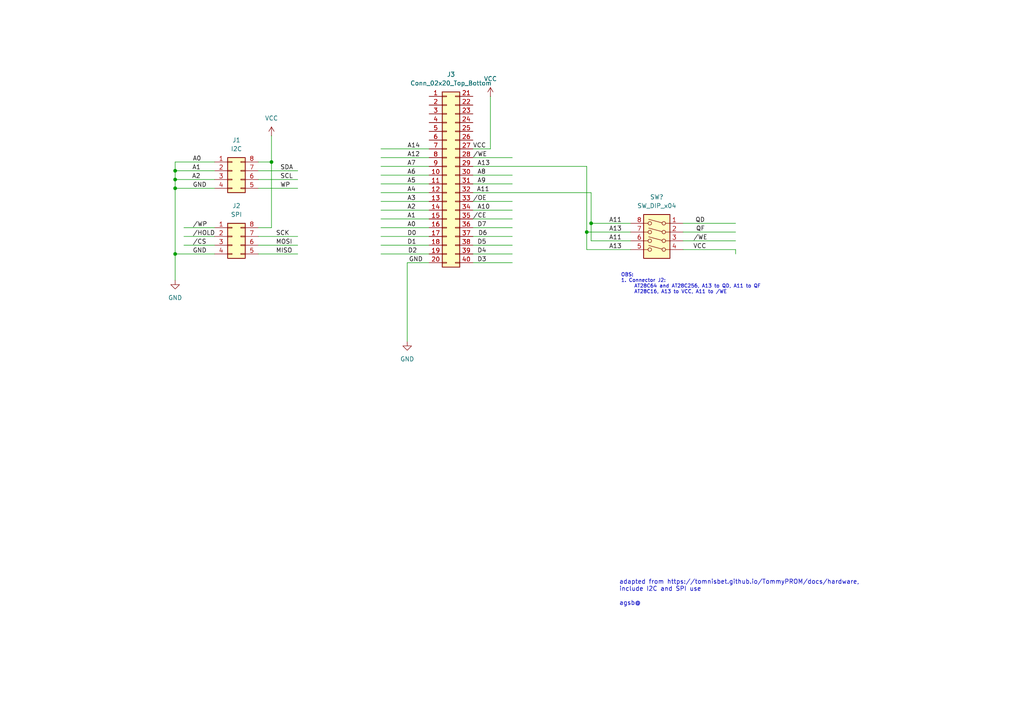
<source format=kicad_sch>
(kicad_sch
	(version 20250114)
	(generator "eeschema")
	(generator_version "9.0")
	(uuid "3f8b8621-16ea-4599-bbae-3a5750b10614")
	(paper "A4")
	(lib_symbols
		(symbol "Connector_Generic:Conn_02x04_Counter_Clockwise"
			(pin_names
				(offset 1.016)
				(hide yes)
			)
			(exclude_from_sim no)
			(in_bom yes)
			(on_board yes)
			(property "Reference" "J"
				(at 1.27 5.08 0)
				(effects
					(font
						(size 1.27 1.27)
					)
				)
			)
			(property "Value" "Conn_02x04_Counter_Clockwise"
				(at 1.27 -7.62 0)
				(effects
					(font
						(size 1.27 1.27)
					)
				)
			)
			(property "Footprint" ""
				(at 0 0 0)
				(effects
					(font
						(size 1.27 1.27)
					)
					(hide yes)
				)
			)
			(property "Datasheet" "~"
				(at 0 0 0)
				(effects
					(font
						(size 1.27 1.27)
					)
					(hide yes)
				)
			)
			(property "Description" "Generic connector, double row, 02x04, counter clockwise pin numbering scheme (similar to DIP package numbering), script generated (kicad-library-utils/schlib/autogen/connector/)"
				(at 0 0 0)
				(effects
					(font
						(size 1.27 1.27)
					)
					(hide yes)
				)
			)
			(property "ki_keywords" "connector"
				(at 0 0 0)
				(effects
					(font
						(size 1.27 1.27)
					)
					(hide yes)
				)
			)
			(property "ki_fp_filters" "Connector*:*_2x??_*"
				(at 0 0 0)
				(effects
					(font
						(size 1.27 1.27)
					)
					(hide yes)
				)
			)
			(symbol "Conn_02x04_Counter_Clockwise_1_1"
				(rectangle
					(start -1.27 3.81)
					(end 3.81 -6.35)
					(stroke
						(width 0.254)
						(type default)
					)
					(fill
						(type background)
					)
				)
				(rectangle
					(start -1.27 2.667)
					(end 0 2.413)
					(stroke
						(width 0.1524)
						(type default)
					)
					(fill
						(type none)
					)
				)
				(rectangle
					(start -1.27 0.127)
					(end 0 -0.127)
					(stroke
						(width 0.1524)
						(type default)
					)
					(fill
						(type none)
					)
				)
				(rectangle
					(start -1.27 -2.413)
					(end 0 -2.667)
					(stroke
						(width 0.1524)
						(type default)
					)
					(fill
						(type none)
					)
				)
				(rectangle
					(start -1.27 -4.953)
					(end 0 -5.207)
					(stroke
						(width 0.1524)
						(type default)
					)
					(fill
						(type none)
					)
				)
				(rectangle
					(start 3.81 2.667)
					(end 2.54 2.413)
					(stroke
						(width 0.1524)
						(type default)
					)
					(fill
						(type none)
					)
				)
				(rectangle
					(start 3.81 0.127)
					(end 2.54 -0.127)
					(stroke
						(width 0.1524)
						(type default)
					)
					(fill
						(type none)
					)
				)
				(rectangle
					(start 3.81 -2.413)
					(end 2.54 -2.667)
					(stroke
						(width 0.1524)
						(type default)
					)
					(fill
						(type none)
					)
				)
				(rectangle
					(start 3.81 -4.953)
					(end 2.54 -5.207)
					(stroke
						(width 0.1524)
						(type default)
					)
					(fill
						(type none)
					)
				)
				(pin passive line
					(at -5.08 2.54 0)
					(length 3.81)
					(name "Pin_1"
						(effects
							(font
								(size 1.27 1.27)
							)
						)
					)
					(number "1"
						(effects
							(font
								(size 1.27 1.27)
							)
						)
					)
				)
				(pin passive line
					(at -5.08 0 0)
					(length 3.81)
					(name "Pin_2"
						(effects
							(font
								(size 1.27 1.27)
							)
						)
					)
					(number "2"
						(effects
							(font
								(size 1.27 1.27)
							)
						)
					)
				)
				(pin passive line
					(at -5.08 -2.54 0)
					(length 3.81)
					(name "Pin_3"
						(effects
							(font
								(size 1.27 1.27)
							)
						)
					)
					(number "3"
						(effects
							(font
								(size 1.27 1.27)
							)
						)
					)
				)
				(pin passive line
					(at -5.08 -5.08 0)
					(length 3.81)
					(name "Pin_4"
						(effects
							(font
								(size 1.27 1.27)
							)
						)
					)
					(number "4"
						(effects
							(font
								(size 1.27 1.27)
							)
						)
					)
				)
				(pin passive line
					(at 7.62 2.54 180)
					(length 3.81)
					(name "Pin_8"
						(effects
							(font
								(size 1.27 1.27)
							)
						)
					)
					(number "8"
						(effects
							(font
								(size 1.27 1.27)
							)
						)
					)
				)
				(pin passive line
					(at 7.62 0 180)
					(length 3.81)
					(name "Pin_7"
						(effects
							(font
								(size 1.27 1.27)
							)
						)
					)
					(number "7"
						(effects
							(font
								(size 1.27 1.27)
							)
						)
					)
				)
				(pin passive line
					(at 7.62 -2.54 180)
					(length 3.81)
					(name "Pin_6"
						(effects
							(font
								(size 1.27 1.27)
							)
						)
					)
					(number "6"
						(effects
							(font
								(size 1.27 1.27)
							)
						)
					)
				)
				(pin passive line
					(at 7.62 -5.08 180)
					(length 3.81)
					(name "Pin_5"
						(effects
							(font
								(size 1.27 1.27)
							)
						)
					)
					(number "5"
						(effects
							(font
								(size 1.27 1.27)
							)
						)
					)
				)
			)
			(embedded_fonts no)
		)
		(symbol "Connector_Generic:Conn_02x20_Top_Bottom"
			(pin_names
				(offset 1.016)
				(hide yes)
			)
			(exclude_from_sim no)
			(in_bom yes)
			(on_board yes)
			(property "Reference" "J"
				(at 1.27 25.4 0)
				(effects
					(font
						(size 1.27 1.27)
					)
				)
			)
			(property "Value" "Conn_02x20_Top_Bottom"
				(at 1.27 -27.94 0)
				(effects
					(font
						(size 1.27 1.27)
					)
				)
			)
			(property "Footprint" ""
				(at 0 0 0)
				(effects
					(font
						(size 1.27 1.27)
					)
					(hide yes)
				)
			)
			(property "Datasheet" "~"
				(at 0 0 0)
				(effects
					(font
						(size 1.27 1.27)
					)
					(hide yes)
				)
			)
			(property "Description" "Generic connector, double row, 02x20, top/bottom pin numbering scheme (row 1: 1...pins_per_row, row2: pins_per_row+1 ... num_pins), script generated (kicad-library-utils/schlib/autogen/connector/)"
				(at 0 0 0)
				(effects
					(font
						(size 1.27 1.27)
					)
					(hide yes)
				)
			)
			(property "ki_keywords" "connector"
				(at 0 0 0)
				(effects
					(font
						(size 1.27 1.27)
					)
					(hide yes)
				)
			)
			(property "ki_fp_filters" "Connector*:*_2x??_*"
				(at 0 0 0)
				(effects
					(font
						(size 1.27 1.27)
					)
					(hide yes)
				)
			)
			(symbol "Conn_02x20_Top_Bottom_1_1"
				(rectangle
					(start -1.27 24.13)
					(end 3.81 -26.67)
					(stroke
						(width 0.254)
						(type default)
					)
					(fill
						(type background)
					)
				)
				(rectangle
					(start -1.27 22.987)
					(end 0 22.733)
					(stroke
						(width 0.1524)
						(type default)
					)
					(fill
						(type none)
					)
				)
				(rectangle
					(start -1.27 20.447)
					(end 0 20.193)
					(stroke
						(width 0.1524)
						(type default)
					)
					(fill
						(type none)
					)
				)
				(rectangle
					(start -1.27 17.907)
					(end 0 17.653)
					(stroke
						(width 0.1524)
						(type default)
					)
					(fill
						(type none)
					)
				)
				(rectangle
					(start -1.27 15.367)
					(end 0 15.113)
					(stroke
						(width 0.1524)
						(type default)
					)
					(fill
						(type none)
					)
				)
				(rectangle
					(start -1.27 12.827)
					(end 0 12.573)
					(stroke
						(width 0.1524)
						(type default)
					)
					(fill
						(type none)
					)
				)
				(rectangle
					(start -1.27 10.287)
					(end 0 10.033)
					(stroke
						(width 0.1524)
						(type default)
					)
					(fill
						(type none)
					)
				)
				(rectangle
					(start -1.27 7.747)
					(end 0 7.493)
					(stroke
						(width 0.1524)
						(type default)
					)
					(fill
						(type none)
					)
				)
				(rectangle
					(start -1.27 5.207)
					(end 0 4.953)
					(stroke
						(width 0.1524)
						(type default)
					)
					(fill
						(type none)
					)
				)
				(rectangle
					(start -1.27 2.667)
					(end 0 2.413)
					(stroke
						(width 0.1524)
						(type default)
					)
					(fill
						(type none)
					)
				)
				(rectangle
					(start -1.27 0.127)
					(end 0 -0.127)
					(stroke
						(width 0.1524)
						(type default)
					)
					(fill
						(type none)
					)
				)
				(rectangle
					(start -1.27 -2.413)
					(end 0 -2.667)
					(stroke
						(width 0.1524)
						(type default)
					)
					(fill
						(type none)
					)
				)
				(rectangle
					(start -1.27 -4.953)
					(end 0 -5.207)
					(stroke
						(width 0.1524)
						(type default)
					)
					(fill
						(type none)
					)
				)
				(rectangle
					(start -1.27 -7.493)
					(end 0 -7.747)
					(stroke
						(width 0.1524)
						(type default)
					)
					(fill
						(type none)
					)
				)
				(rectangle
					(start -1.27 -10.033)
					(end 0 -10.287)
					(stroke
						(width 0.1524)
						(type default)
					)
					(fill
						(type none)
					)
				)
				(rectangle
					(start -1.27 -12.573)
					(end 0 -12.827)
					(stroke
						(width 0.1524)
						(type default)
					)
					(fill
						(type none)
					)
				)
				(rectangle
					(start -1.27 -15.113)
					(end 0 -15.367)
					(stroke
						(width 0.1524)
						(type default)
					)
					(fill
						(type none)
					)
				)
				(rectangle
					(start -1.27 -17.653)
					(end 0 -17.907)
					(stroke
						(width 0.1524)
						(type default)
					)
					(fill
						(type none)
					)
				)
				(rectangle
					(start -1.27 -20.193)
					(end 0 -20.447)
					(stroke
						(width 0.1524)
						(type default)
					)
					(fill
						(type none)
					)
				)
				(rectangle
					(start -1.27 -22.733)
					(end 0 -22.987)
					(stroke
						(width 0.1524)
						(type default)
					)
					(fill
						(type none)
					)
				)
				(rectangle
					(start -1.27 -25.273)
					(end 0 -25.527)
					(stroke
						(width 0.1524)
						(type default)
					)
					(fill
						(type none)
					)
				)
				(rectangle
					(start 3.81 22.987)
					(end 2.54 22.733)
					(stroke
						(width 0.1524)
						(type default)
					)
					(fill
						(type none)
					)
				)
				(rectangle
					(start 3.81 20.447)
					(end 2.54 20.193)
					(stroke
						(width 0.1524)
						(type default)
					)
					(fill
						(type none)
					)
				)
				(rectangle
					(start 3.81 17.907)
					(end 2.54 17.653)
					(stroke
						(width 0.1524)
						(type default)
					)
					(fill
						(type none)
					)
				)
				(rectangle
					(start 3.81 15.367)
					(end 2.54 15.113)
					(stroke
						(width 0.1524)
						(type default)
					)
					(fill
						(type none)
					)
				)
				(rectangle
					(start 3.81 12.827)
					(end 2.54 12.573)
					(stroke
						(width 0.1524)
						(type default)
					)
					(fill
						(type none)
					)
				)
				(rectangle
					(start 3.81 10.287)
					(end 2.54 10.033)
					(stroke
						(width 0.1524)
						(type default)
					)
					(fill
						(type none)
					)
				)
				(rectangle
					(start 3.81 7.747)
					(end 2.54 7.493)
					(stroke
						(width 0.1524)
						(type default)
					)
					(fill
						(type none)
					)
				)
				(rectangle
					(start 3.81 5.207)
					(end 2.54 4.953)
					(stroke
						(width 0.1524)
						(type default)
					)
					(fill
						(type none)
					)
				)
				(rectangle
					(start 3.81 2.667)
					(end 2.54 2.413)
					(stroke
						(width 0.1524)
						(type default)
					)
					(fill
						(type none)
					)
				)
				(rectangle
					(start 3.81 0.127)
					(end 2.54 -0.127)
					(stroke
						(width 0.1524)
						(type default)
					)
					(fill
						(type none)
					)
				)
				(rectangle
					(start 3.81 -2.413)
					(end 2.54 -2.667)
					(stroke
						(width 0.1524)
						(type default)
					)
					(fill
						(type none)
					)
				)
				(rectangle
					(start 3.81 -4.953)
					(end 2.54 -5.207)
					(stroke
						(width 0.1524)
						(type default)
					)
					(fill
						(type none)
					)
				)
				(rectangle
					(start 3.81 -7.493)
					(end 2.54 -7.747)
					(stroke
						(width 0.1524)
						(type default)
					)
					(fill
						(type none)
					)
				)
				(rectangle
					(start 3.81 -10.033)
					(end 2.54 -10.287)
					(stroke
						(width 0.1524)
						(type default)
					)
					(fill
						(type none)
					)
				)
				(rectangle
					(start 3.81 -12.573)
					(end 2.54 -12.827)
					(stroke
						(width 0.1524)
						(type default)
					)
					(fill
						(type none)
					)
				)
				(rectangle
					(start 3.81 -15.113)
					(end 2.54 -15.367)
					(stroke
						(width 0.1524)
						(type default)
					)
					(fill
						(type none)
					)
				)
				(rectangle
					(start 3.81 -17.653)
					(end 2.54 -17.907)
					(stroke
						(width 0.1524)
						(type default)
					)
					(fill
						(type none)
					)
				)
				(rectangle
					(start 3.81 -20.193)
					(end 2.54 -20.447)
					(stroke
						(width 0.1524)
						(type default)
					)
					(fill
						(type none)
					)
				)
				(rectangle
					(start 3.81 -22.733)
					(end 2.54 -22.987)
					(stroke
						(width 0.1524)
						(type default)
					)
					(fill
						(type none)
					)
				)
				(rectangle
					(start 3.81 -25.273)
					(end 2.54 -25.527)
					(stroke
						(width 0.1524)
						(type default)
					)
					(fill
						(type none)
					)
				)
				(pin passive line
					(at -5.08 22.86 0)
					(length 3.81)
					(name "Pin_1"
						(effects
							(font
								(size 1.27 1.27)
							)
						)
					)
					(number "1"
						(effects
							(font
								(size 1.27 1.27)
							)
						)
					)
				)
				(pin passive line
					(at -5.08 20.32 0)
					(length 3.81)
					(name "Pin_2"
						(effects
							(font
								(size 1.27 1.27)
							)
						)
					)
					(number "2"
						(effects
							(font
								(size 1.27 1.27)
							)
						)
					)
				)
				(pin passive line
					(at -5.08 17.78 0)
					(length 3.81)
					(name "Pin_3"
						(effects
							(font
								(size 1.27 1.27)
							)
						)
					)
					(number "3"
						(effects
							(font
								(size 1.27 1.27)
							)
						)
					)
				)
				(pin passive line
					(at -5.08 15.24 0)
					(length 3.81)
					(name "Pin_4"
						(effects
							(font
								(size 1.27 1.27)
							)
						)
					)
					(number "4"
						(effects
							(font
								(size 1.27 1.27)
							)
						)
					)
				)
				(pin passive line
					(at -5.08 12.7 0)
					(length 3.81)
					(name "Pin_5"
						(effects
							(font
								(size 1.27 1.27)
							)
						)
					)
					(number "5"
						(effects
							(font
								(size 1.27 1.27)
							)
						)
					)
				)
				(pin passive line
					(at -5.08 10.16 0)
					(length 3.81)
					(name "Pin_6"
						(effects
							(font
								(size 1.27 1.27)
							)
						)
					)
					(number "6"
						(effects
							(font
								(size 1.27 1.27)
							)
						)
					)
				)
				(pin passive line
					(at -5.08 7.62 0)
					(length 3.81)
					(name "Pin_7"
						(effects
							(font
								(size 1.27 1.27)
							)
						)
					)
					(number "7"
						(effects
							(font
								(size 1.27 1.27)
							)
						)
					)
				)
				(pin passive line
					(at -5.08 5.08 0)
					(length 3.81)
					(name "Pin_8"
						(effects
							(font
								(size 1.27 1.27)
							)
						)
					)
					(number "8"
						(effects
							(font
								(size 1.27 1.27)
							)
						)
					)
				)
				(pin passive line
					(at -5.08 2.54 0)
					(length 3.81)
					(name "Pin_9"
						(effects
							(font
								(size 1.27 1.27)
							)
						)
					)
					(number "9"
						(effects
							(font
								(size 1.27 1.27)
							)
						)
					)
				)
				(pin passive line
					(at -5.08 0 0)
					(length 3.81)
					(name "Pin_10"
						(effects
							(font
								(size 1.27 1.27)
							)
						)
					)
					(number "10"
						(effects
							(font
								(size 1.27 1.27)
							)
						)
					)
				)
				(pin passive line
					(at -5.08 -2.54 0)
					(length 3.81)
					(name "Pin_11"
						(effects
							(font
								(size 1.27 1.27)
							)
						)
					)
					(number "11"
						(effects
							(font
								(size 1.27 1.27)
							)
						)
					)
				)
				(pin passive line
					(at -5.08 -5.08 0)
					(length 3.81)
					(name "Pin_12"
						(effects
							(font
								(size 1.27 1.27)
							)
						)
					)
					(number "12"
						(effects
							(font
								(size 1.27 1.27)
							)
						)
					)
				)
				(pin passive line
					(at -5.08 -7.62 0)
					(length 3.81)
					(name "Pin_13"
						(effects
							(font
								(size 1.27 1.27)
							)
						)
					)
					(number "13"
						(effects
							(font
								(size 1.27 1.27)
							)
						)
					)
				)
				(pin passive line
					(at -5.08 -10.16 0)
					(length 3.81)
					(name "Pin_14"
						(effects
							(font
								(size 1.27 1.27)
							)
						)
					)
					(number "14"
						(effects
							(font
								(size 1.27 1.27)
							)
						)
					)
				)
				(pin passive line
					(at -5.08 -12.7 0)
					(length 3.81)
					(name "Pin_15"
						(effects
							(font
								(size 1.27 1.27)
							)
						)
					)
					(number "15"
						(effects
							(font
								(size 1.27 1.27)
							)
						)
					)
				)
				(pin passive line
					(at -5.08 -15.24 0)
					(length 3.81)
					(name "Pin_16"
						(effects
							(font
								(size 1.27 1.27)
							)
						)
					)
					(number "16"
						(effects
							(font
								(size 1.27 1.27)
							)
						)
					)
				)
				(pin passive line
					(at -5.08 -17.78 0)
					(length 3.81)
					(name "Pin_17"
						(effects
							(font
								(size 1.27 1.27)
							)
						)
					)
					(number "17"
						(effects
							(font
								(size 1.27 1.27)
							)
						)
					)
				)
				(pin passive line
					(at -5.08 -20.32 0)
					(length 3.81)
					(name "Pin_18"
						(effects
							(font
								(size 1.27 1.27)
							)
						)
					)
					(number "18"
						(effects
							(font
								(size 1.27 1.27)
							)
						)
					)
				)
				(pin passive line
					(at -5.08 -22.86 0)
					(length 3.81)
					(name "Pin_19"
						(effects
							(font
								(size 1.27 1.27)
							)
						)
					)
					(number "19"
						(effects
							(font
								(size 1.27 1.27)
							)
						)
					)
				)
				(pin passive line
					(at -5.08 -25.4 0)
					(length 3.81)
					(name "Pin_20"
						(effects
							(font
								(size 1.27 1.27)
							)
						)
					)
					(number "20"
						(effects
							(font
								(size 1.27 1.27)
							)
						)
					)
				)
				(pin passive line
					(at 7.62 22.86 180)
					(length 3.81)
					(name "Pin_21"
						(effects
							(font
								(size 1.27 1.27)
							)
						)
					)
					(number "21"
						(effects
							(font
								(size 1.27 1.27)
							)
						)
					)
				)
				(pin passive line
					(at 7.62 20.32 180)
					(length 3.81)
					(name "Pin_22"
						(effects
							(font
								(size 1.27 1.27)
							)
						)
					)
					(number "22"
						(effects
							(font
								(size 1.27 1.27)
							)
						)
					)
				)
				(pin passive line
					(at 7.62 17.78 180)
					(length 3.81)
					(name "Pin_23"
						(effects
							(font
								(size 1.27 1.27)
							)
						)
					)
					(number "23"
						(effects
							(font
								(size 1.27 1.27)
							)
						)
					)
				)
				(pin passive line
					(at 7.62 15.24 180)
					(length 3.81)
					(name "Pin_24"
						(effects
							(font
								(size 1.27 1.27)
							)
						)
					)
					(number "24"
						(effects
							(font
								(size 1.27 1.27)
							)
						)
					)
				)
				(pin passive line
					(at 7.62 12.7 180)
					(length 3.81)
					(name "Pin_25"
						(effects
							(font
								(size 1.27 1.27)
							)
						)
					)
					(number "25"
						(effects
							(font
								(size 1.27 1.27)
							)
						)
					)
				)
				(pin passive line
					(at 7.62 10.16 180)
					(length 3.81)
					(name "Pin_26"
						(effects
							(font
								(size 1.27 1.27)
							)
						)
					)
					(number "26"
						(effects
							(font
								(size 1.27 1.27)
							)
						)
					)
				)
				(pin passive line
					(at 7.62 7.62 180)
					(length 3.81)
					(name "Pin_27"
						(effects
							(font
								(size 1.27 1.27)
							)
						)
					)
					(number "27"
						(effects
							(font
								(size 1.27 1.27)
							)
						)
					)
				)
				(pin passive line
					(at 7.62 5.08 180)
					(length 3.81)
					(name "Pin_28"
						(effects
							(font
								(size 1.27 1.27)
							)
						)
					)
					(number "28"
						(effects
							(font
								(size 1.27 1.27)
							)
						)
					)
				)
				(pin passive line
					(at 7.62 2.54 180)
					(length 3.81)
					(name "Pin_29"
						(effects
							(font
								(size 1.27 1.27)
							)
						)
					)
					(number "29"
						(effects
							(font
								(size 1.27 1.27)
							)
						)
					)
				)
				(pin passive line
					(at 7.62 0 180)
					(length 3.81)
					(name "Pin_30"
						(effects
							(font
								(size 1.27 1.27)
							)
						)
					)
					(number "30"
						(effects
							(font
								(size 1.27 1.27)
							)
						)
					)
				)
				(pin passive line
					(at 7.62 -2.54 180)
					(length 3.81)
					(name "Pin_31"
						(effects
							(font
								(size 1.27 1.27)
							)
						)
					)
					(number "31"
						(effects
							(font
								(size 1.27 1.27)
							)
						)
					)
				)
				(pin passive line
					(at 7.62 -5.08 180)
					(length 3.81)
					(name "Pin_32"
						(effects
							(font
								(size 1.27 1.27)
							)
						)
					)
					(number "32"
						(effects
							(font
								(size 1.27 1.27)
							)
						)
					)
				)
				(pin passive line
					(at 7.62 -7.62 180)
					(length 3.81)
					(name "Pin_33"
						(effects
							(font
								(size 1.27 1.27)
							)
						)
					)
					(number "33"
						(effects
							(font
								(size 1.27 1.27)
							)
						)
					)
				)
				(pin passive line
					(at 7.62 -10.16 180)
					(length 3.81)
					(name "Pin_34"
						(effects
							(font
								(size 1.27 1.27)
							)
						)
					)
					(number "34"
						(effects
							(font
								(size 1.27 1.27)
							)
						)
					)
				)
				(pin passive line
					(at 7.62 -12.7 180)
					(length 3.81)
					(name "Pin_35"
						(effects
							(font
								(size 1.27 1.27)
							)
						)
					)
					(number "35"
						(effects
							(font
								(size 1.27 1.27)
							)
						)
					)
				)
				(pin passive line
					(at 7.62 -15.24 180)
					(length 3.81)
					(name "Pin_36"
						(effects
							(font
								(size 1.27 1.27)
							)
						)
					)
					(number "36"
						(effects
							(font
								(size 1.27 1.27)
							)
						)
					)
				)
				(pin passive line
					(at 7.62 -17.78 180)
					(length 3.81)
					(name "Pin_37"
						(effects
							(font
								(size 1.27 1.27)
							)
						)
					)
					(number "37"
						(effects
							(font
								(size 1.27 1.27)
							)
						)
					)
				)
				(pin passive line
					(at 7.62 -20.32 180)
					(length 3.81)
					(name "Pin_38"
						(effects
							(font
								(size 1.27 1.27)
							)
						)
					)
					(number "38"
						(effects
							(font
								(size 1.27 1.27)
							)
						)
					)
				)
				(pin passive line
					(at 7.62 -22.86 180)
					(length 3.81)
					(name "Pin_39"
						(effects
							(font
								(size 1.27 1.27)
							)
						)
					)
					(number "39"
						(effects
							(font
								(size 1.27 1.27)
							)
						)
					)
				)
				(pin passive line
					(at 7.62 -25.4 180)
					(length 3.81)
					(name "Pin_40"
						(effects
							(font
								(size 1.27 1.27)
							)
						)
					)
					(number "40"
						(effects
							(font
								(size 1.27 1.27)
							)
						)
					)
				)
			)
			(embedded_fonts no)
		)
		(symbol "Switch:SW_DIP_x04"
			(pin_names
				(offset 0)
				(hide yes)
			)
			(exclude_from_sim no)
			(in_bom yes)
			(on_board yes)
			(property "Reference" "SW"
				(at 0 8.89 0)
				(effects
					(font
						(size 1.27 1.27)
					)
				)
			)
			(property "Value" "SW_DIP_x04"
				(at 0 -6.35 0)
				(effects
					(font
						(size 1.27 1.27)
					)
				)
			)
			(property "Footprint" ""
				(at 0 0 0)
				(effects
					(font
						(size 1.27 1.27)
					)
					(hide yes)
				)
			)
			(property "Datasheet" "~"
				(at 0 0 0)
				(effects
					(font
						(size 1.27 1.27)
					)
					(hide yes)
				)
			)
			(property "Description" "4x DIP Switch, Single Pole Single Throw (SPST) switch, small symbol"
				(at 0 0 0)
				(effects
					(font
						(size 1.27 1.27)
					)
					(hide yes)
				)
			)
			(property "ki_keywords" "dip switch"
				(at 0 0 0)
				(effects
					(font
						(size 1.27 1.27)
					)
					(hide yes)
				)
			)
			(property "ki_fp_filters" "SW?DIP?x4*"
				(at 0 0 0)
				(effects
					(font
						(size 1.27 1.27)
					)
					(hide yes)
				)
			)
			(symbol "SW_DIP_x04_0_0"
				(circle
					(center -2.032 5.08)
					(radius 0.508)
					(stroke
						(width 0)
						(type default)
					)
					(fill
						(type none)
					)
				)
				(circle
					(center -2.032 2.54)
					(radius 0.508)
					(stroke
						(width 0)
						(type default)
					)
					(fill
						(type none)
					)
				)
				(circle
					(center -2.032 0)
					(radius 0.508)
					(stroke
						(width 0)
						(type default)
					)
					(fill
						(type none)
					)
				)
				(circle
					(center -2.032 -2.54)
					(radius 0.508)
					(stroke
						(width 0)
						(type default)
					)
					(fill
						(type none)
					)
				)
				(polyline
					(pts
						(xy -1.524 5.207) (xy 2.3622 6.2484)
					)
					(stroke
						(width 0)
						(type default)
					)
					(fill
						(type none)
					)
				)
				(polyline
					(pts
						(xy -1.524 2.667) (xy 2.3622 3.7084)
					)
					(stroke
						(width 0)
						(type default)
					)
					(fill
						(type none)
					)
				)
				(polyline
					(pts
						(xy -1.524 0.127) (xy 2.3622 1.1684)
					)
					(stroke
						(width 0)
						(type default)
					)
					(fill
						(type none)
					)
				)
				(polyline
					(pts
						(xy -1.524 -2.3876) (xy 2.3622 -1.3462)
					)
					(stroke
						(width 0)
						(type default)
					)
					(fill
						(type none)
					)
				)
				(circle
					(center 2.032 5.08)
					(radius 0.508)
					(stroke
						(width 0)
						(type default)
					)
					(fill
						(type none)
					)
				)
				(circle
					(center 2.032 2.54)
					(radius 0.508)
					(stroke
						(width 0)
						(type default)
					)
					(fill
						(type none)
					)
				)
				(circle
					(center 2.032 0)
					(radius 0.508)
					(stroke
						(width 0)
						(type default)
					)
					(fill
						(type none)
					)
				)
				(circle
					(center 2.032 -2.54)
					(radius 0.508)
					(stroke
						(width 0)
						(type default)
					)
					(fill
						(type none)
					)
				)
			)
			(symbol "SW_DIP_x04_0_1"
				(rectangle
					(start -3.81 7.62)
					(end 3.81 -5.08)
					(stroke
						(width 0.254)
						(type default)
					)
					(fill
						(type background)
					)
				)
			)
			(symbol "SW_DIP_x04_1_1"
				(pin passive line
					(at -7.62 5.08 0)
					(length 5.08)
					(name "~"
						(effects
							(font
								(size 1.27 1.27)
							)
						)
					)
					(number "1"
						(effects
							(font
								(size 1.27 1.27)
							)
						)
					)
				)
				(pin passive line
					(at -7.62 2.54 0)
					(length 5.08)
					(name "~"
						(effects
							(font
								(size 1.27 1.27)
							)
						)
					)
					(number "2"
						(effects
							(font
								(size 1.27 1.27)
							)
						)
					)
				)
				(pin passive line
					(at -7.62 0 0)
					(length 5.08)
					(name "~"
						(effects
							(font
								(size 1.27 1.27)
							)
						)
					)
					(number "3"
						(effects
							(font
								(size 1.27 1.27)
							)
						)
					)
				)
				(pin passive line
					(at -7.62 -2.54 0)
					(length 5.08)
					(name "~"
						(effects
							(font
								(size 1.27 1.27)
							)
						)
					)
					(number "4"
						(effects
							(font
								(size 1.27 1.27)
							)
						)
					)
				)
				(pin passive line
					(at 7.62 5.08 180)
					(length 5.08)
					(name "~"
						(effects
							(font
								(size 1.27 1.27)
							)
						)
					)
					(number "8"
						(effects
							(font
								(size 1.27 1.27)
							)
						)
					)
				)
				(pin passive line
					(at 7.62 2.54 180)
					(length 5.08)
					(name "~"
						(effects
							(font
								(size 1.27 1.27)
							)
						)
					)
					(number "7"
						(effects
							(font
								(size 1.27 1.27)
							)
						)
					)
				)
				(pin passive line
					(at 7.62 0 180)
					(length 5.08)
					(name "~"
						(effects
							(font
								(size 1.27 1.27)
							)
						)
					)
					(number "6"
						(effects
							(font
								(size 1.27 1.27)
							)
						)
					)
				)
				(pin passive line
					(at 7.62 -2.54 180)
					(length 5.08)
					(name "~"
						(effects
							(font
								(size 1.27 1.27)
							)
						)
					)
					(number "5"
						(effects
							(font
								(size 1.27 1.27)
							)
						)
					)
				)
			)
			(embedded_fonts no)
		)
		(symbol "power:GND"
			(power)
			(pin_numbers
				(hide yes)
			)
			(pin_names
				(offset 0)
				(hide yes)
			)
			(exclude_from_sim no)
			(in_bom yes)
			(on_board yes)
			(property "Reference" "#PWR"
				(at 0 -6.35 0)
				(effects
					(font
						(size 1.27 1.27)
					)
					(hide yes)
				)
			)
			(property "Value" "GND"
				(at 0 -3.81 0)
				(effects
					(font
						(size 1.27 1.27)
					)
				)
			)
			(property "Footprint" ""
				(at 0 0 0)
				(effects
					(font
						(size 1.27 1.27)
					)
					(hide yes)
				)
			)
			(property "Datasheet" ""
				(at 0 0 0)
				(effects
					(font
						(size 1.27 1.27)
					)
					(hide yes)
				)
			)
			(property "Description" "Power symbol creates a global label with name \"GND\" , ground"
				(at 0 0 0)
				(effects
					(font
						(size 1.27 1.27)
					)
					(hide yes)
				)
			)
			(property "ki_keywords" "global power"
				(at 0 0 0)
				(effects
					(font
						(size 1.27 1.27)
					)
					(hide yes)
				)
			)
			(symbol "GND_0_1"
				(polyline
					(pts
						(xy 0 0) (xy 0 -1.27) (xy 1.27 -1.27) (xy 0 -2.54) (xy -1.27 -1.27) (xy 0 -1.27)
					)
					(stroke
						(width 0)
						(type default)
					)
					(fill
						(type none)
					)
				)
			)
			(symbol "GND_1_1"
				(pin power_in line
					(at 0 0 270)
					(length 0)
					(name "~"
						(effects
							(font
								(size 1.27 1.27)
							)
						)
					)
					(number "1"
						(effects
							(font
								(size 1.27 1.27)
							)
						)
					)
				)
			)
			(embedded_fonts no)
		)
		(symbol "power:VCC"
			(power)
			(pin_numbers
				(hide yes)
			)
			(pin_names
				(offset 0)
				(hide yes)
			)
			(exclude_from_sim no)
			(in_bom yes)
			(on_board yes)
			(property "Reference" "#PWR"
				(at 0 -3.81 0)
				(effects
					(font
						(size 1.27 1.27)
					)
					(hide yes)
				)
			)
			(property "Value" "VCC"
				(at 0 3.556 0)
				(effects
					(font
						(size 1.27 1.27)
					)
				)
			)
			(property "Footprint" ""
				(at 0 0 0)
				(effects
					(font
						(size 1.27 1.27)
					)
					(hide yes)
				)
			)
			(property "Datasheet" ""
				(at 0 0 0)
				(effects
					(font
						(size 1.27 1.27)
					)
					(hide yes)
				)
			)
			(property "Description" "Power symbol creates a global label with name \"VCC\""
				(at 0 0 0)
				(effects
					(font
						(size 1.27 1.27)
					)
					(hide yes)
				)
			)
			(property "ki_keywords" "global power"
				(at 0 0 0)
				(effects
					(font
						(size 1.27 1.27)
					)
					(hide yes)
				)
			)
			(symbol "VCC_0_1"
				(polyline
					(pts
						(xy -0.762 1.27) (xy 0 2.54)
					)
					(stroke
						(width 0)
						(type default)
					)
					(fill
						(type none)
					)
				)
				(polyline
					(pts
						(xy 0 2.54) (xy 0.762 1.27)
					)
					(stroke
						(width 0)
						(type default)
					)
					(fill
						(type none)
					)
				)
				(polyline
					(pts
						(xy 0 0) (xy 0 2.54)
					)
					(stroke
						(width 0)
						(type default)
					)
					(fill
						(type none)
					)
				)
			)
			(symbol "VCC_1_1"
				(pin power_in line
					(at 0 0 90)
					(length 0)
					(name "~"
						(effects
							(font
								(size 1.27 1.27)
							)
						)
					)
					(number "1"
						(effects
							(font
								(size 1.27 1.27)
							)
						)
					)
				)
			)
			(embedded_fonts no)
		)
	)
	(text "OBS:\n1. Connector J2:\n	AT28C64 and AT28C256, A13 to QD, A11 to QF\n	AT28C16, A13 to VCC, A11 to /WE "
		(exclude_from_sim no)
		(at 180.086 82.296 0)
		(effects
			(font
				(size 1.016 1.016)
			)
			(justify left)
		)
		(uuid "0102f843-723c-4a51-90f2-488902c074ad")
	)
	(text "adapted from https://tomnisbet.github.io/TommyPROM/docs/hardware,\ninclude I2C and SPI use\n\nagsb@"
		(exclude_from_sim no)
		(at 179.578 171.958 0)
		(effects
			(font
				(size 1.27 1.27)
			)
			(justify left)
		)
		(uuid "d9f6fff1-83fb-4ff5-a928-37f58cf6c530")
	)
	(junction
		(at 50.8 49.53)
		(diameter 0)
		(color 0 0 0 0)
		(uuid "00cb8fb2-0465-48a9-b957-95455c353285")
	)
	(junction
		(at 170.18 67.31)
		(diameter 0)
		(color 0 0 0 0)
		(uuid "288c0139-59bb-4de6-80f6-160ee685613f")
	)
	(junction
		(at 78.74 46.99)
		(diameter 0)
		(color 0 0 0 0)
		(uuid "6b868838-0bc1-4ffe-b549-ac6f18f3db26")
	)
	(junction
		(at 171.45 64.77)
		(diameter 0)
		(color 0 0 0 0)
		(uuid "6bd64064-b7c3-4be6-9331-3ca0f06ee71b")
	)
	(junction
		(at 50.8 73.66)
		(diameter 0)
		(color 0 0 0 0)
		(uuid "a81f5dad-62cf-4094-b855-7973dd674fda")
	)
	(junction
		(at 50.8 54.61)
		(diameter 0)
		(color 0 0 0 0)
		(uuid "b2ad30ab-adf5-44e3-ab6b-b2218457fe5e")
	)
	(junction
		(at 50.8 52.07)
		(diameter 0)
		(color 0 0 0 0)
		(uuid "fffba5ed-a4bc-433e-9e0f-66efa8dc83bd")
	)
	(wire
		(pts
			(xy 213.36 72.39) (xy 213.36 73.66)
		)
		(stroke
			(width 0)
			(type default)
		)
		(uuid "061f138f-7dbb-4ec8-ad84-6b1d9b476d66")
	)
	(wire
		(pts
			(xy 74.93 54.61) (xy 86.36 54.61)
		)
		(stroke
			(width 0)
			(type default)
		)
		(uuid "0685651e-076b-4ec6-892a-1a654b463eb7")
	)
	(wire
		(pts
			(xy 110.49 66.04) (xy 124.46 66.04)
		)
		(stroke
			(width 0)
			(type default)
		)
		(uuid "0adf0ab9-36c6-4035-b9d9-2806e35a5e8f")
	)
	(wire
		(pts
			(xy 213.36 67.31) (xy 198.12 67.31)
		)
		(stroke
			(width 0)
			(type default)
		)
		(uuid "0ff002a5-449d-4401-a7ab-91030f388a4e")
	)
	(wire
		(pts
			(xy 137.16 55.88) (xy 171.45 55.88)
		)
		(stroke
			(width 0)
			(type default)
		)
		(uuid "12418091-351c-454d-ae94-dbb6ee5066f6")
	)
	(wire
		(pts
			(xy 78.74 39.37) (xy 78.74 46.99)
		)
		(stroke
			(width 0)
			(type default)
		)
		(uuid "12a1a959-a16d-4da7-8a21-9486ec011ab5")
	)
	(wire
		(pts
			(xy 137.16 63.5) (xy 148.59 63.5)
		)
		(stroke
			(width 0)
			(type default)
		)
		(uuid "143565ed-21c7-4ff3-b93d-e31f79ba8b0a")
	)
	(wire
		(pts
			(xy 50.8 54.61) (xy 62.23 54.61)
		)
		(stroke
			(width 0)
			(type default)
		)
		(uuid "1847f183-72b6-4a95-bfe7-e709d16c6a78")
	)
	(wire
		(pts
			(xy 53.34 66.04) (xy 62.23 66.04)
		)
		(stroke
			(width 0)
			(type default)
		)
		(uuid "1c1a8a3d-f44a-4090-9f4f-62a9347b42f7")
	)
	(wire
		(pts
			(xy 110.49 48.26) (xy 124.46 48.26)
		)
		(stroke
			(width 0)
			(type default)
		)
		(uuid "2bd9926a-0cd6-42f6-a195-ff2265e295bb")
	)
	(wire
		(pts
			(xy 50.8 73.66) (xy 62.23 73.66)
		)
		(stroke
			(width 0)
			(type default)
		)
		(uuid "2e36bdb8-91d8-4019-90ea-df7cd502a2a0")
	)
	(wire
		(pts
			(xy 137.16 53.34) (xy 148.59 53.34)
		)
		(stroke
			(width 0)
			(type default)
		)
		(uuid "2e94aa40-184a-4e8a-9223-f36197a07d1b")
	)
	(wire
		(pts
			(xy 171.45 55.88) (xy 171.45 64.77)
		)
		(stroke
			(width 0)
			(type default)
		)
		(uuid "2f6724b5-b598-4a02-b61f-a219c8b8b482")
	)
	(wire
		(pts
			(xy 110.49 50.8) (xy 124.46 50.8)
		)
		(stroke
			(width 0)
			(type default)
		)
		(uuid "2fdf3de5-bed7-4517-a7f9-c7b4b0b05822")
	)
	(wire
		(pts
			(xy 74.93 68.58) (xy 86.36 68.58)
		)
		(stroke
			(width 0)
			(type default)
		)
		(uuid "42240663-0673-4e57-b60f-e9161d14edb9")
	)
	(wire
		(pts
			(xy 50.8 46.99) (xy 50.8 49.53)
		)
		(stroke
			(width 0)
			(type default)
		)
		(uuid "4737ff6a-51e7-4561-a6a7-90d0b3ddfbae")
	)
	(wire
		(pts
			(xy 182.88 64.77) (xy 171.45 64.77)
		)
		(stroke
			(width 0)
			(type default)
		)
		(uuid "4da29014-7334-4950-a309-e2ca64aa5256")
	)
	(wire
		(pts
			(xy 124.46 76.2) (xy 118.11 76.2)
		)
		(stroke
			(width 0)
			(type default)
		)
		(uuid "51278ded-7434-4c14-bc52-9234399c6387")
	)
	(wire
		(pts
			(xy 142.24 27.94) (xy 142.24 43.18)
		)
		(stroke
			(width 0)
			(type default)
		)
		(uuid "534d2496-e391-461e-a878-4a557823ff73")
	)
	(wire
		(pts
			(xy 170.18 72.39) (xy 170.18 67.31)
		)
		(stroke
			(width 0)
			(type default)
		)
		(uuid "5421d2a7-9964-4989-b463-c90b5ccb2567")
	)
	(wire
		(pts
			(xy 53.34 68.58) (xy 62.23 68.58)
		)
		(stroke
			(width 0)
			(type default)
		)
		(uuid "5727f30d-6c8f-453e-b3ff-ccf2f0e63198")
	)
	(wire
		(pts
			(xy 74.93 46.99) (xy 78.74 46.99)
		)
		(stroke
			(width 0)
			(type default)
		)
		(uuid "5940c9d8-bd35-4a91-9b3b-e5dac97a2e68")
	)
	(wire
		(pts
			(xy 137.16 60.96) (xy 148.59 60.96)
		)
		(stroke
			(width 0)
			(type default)
		)
		(uuid "6028fdb0-e910-4830-8222-63887ae8cc1f")
	)
	(wire
		(pts
			(xy 110.49 45.72) (xy 124.46 45.72)
		)
		(stroke
			(width 0)
			(type default)
		)
		(uuid "683eb1c5-36f1-417e-8d27-cf5a2c8bd458")
	)
	(wire
		(pts
			(xy 74.93 49.53) (xy 86.36 49.53)
		)
		(stroke
			(width 0)
			(type default)
		)
		(uuid "6847a5d8-81a9-4ed4-88f1-02e48446b3b0")
	)
	(wire
		(pts
			(xy 110.49 71.12) (xy 124.46 71.12)
		)
		(stroke
			(width 0)
			(type default)
		)
		(uuid "6c0c13b7-a3df-4e1c-96c7-1c6a16f58c28")
	)
	(wire
		(pts
			(xy 118.11 76.2) (xy 118.11 99.06)
		)
		(stroke
			(width 0)
			(type default)
		)
		(uuid "70459498-6187-4bde-b93a-c925a21dfd8d")
	)
	(wire
		(pts
			(xy 50.8 52.07) (xy 50.8 54.61)
		)
		(stroke
			(width 0)
			(type default)
		)
		(uuid "79d159ca-74c5-4c3c-88b1-9a77793897f8")
	)
	(wire
		(pts
			(xy 137.16 71.12) (xy 148.59 71.12)
		)
		(stroke
			(width 0)
			(type default)
		)
		(uuid "7bb7f053-7767-41ee-9a40-1e56475a7b17")
	)
	(wire
		(pts
			(xy 182.88 69.85) (xy 171.45 69.85)
		)
		(stroke
			(width 0)
			(type default)
		)
		(uuid "7cf770f3-3c4e-4411-a40f-fcd0e8c238e2")
	)
	(wire
		(pts
			(xy 50.8 73.66) (xy 50.8 54.61)
		)
		(stroke
			(width 0)
			(type default)
		)
		(uuid "7d204803-0511-4962-a74b-80136fcf2ed1")
	)
	(wire
		(pts
			(xy 74.93 66.04) (xy 78.74 66.04)
		)
		(stroke
			(width 0)
			(type default)
		)
		(uuid "8a7105bc-3349-49b3-971c-3c3453d30af6")
	)
	(wire
		(pts
			(xy 110.49 60.96) (xy 124.46 60.96)
		)
		(stroke
			(width 0)
			(type default)
		)
		(uuid "8adbbf56-fde0-4140-9265-38268ca95fba")
	)
	(wire
		(pts
			(xy 78.74 66.04) (xy 78.74 46.99)
		)
		(stroke
			(width 0)
			(type default)
		)
		(uuid "8ecfddcf-0960-4316-98e5-b26eae159203")
	)
	(wire
		(pts
			(xy 110.49 53.34) (xy 124.46 53.34)
		)
		(stroke
			(width 0)
			(type default)
		)
		(uuid "90e300bf-42ca-47f3-9c1b-1c11bc7a2e91")
	)
	(wire
		(pts
			(xy 124.46 68.58) (xy 110.49 68.58)
		)
		(stroke
			(width 0)
			(type default)
		)
		(uuid "90f066d7-bc11-48f2-a250-a4b2c4db20ad")
	)
	(wire
		(pts
			(xy 110.49 43.18) (xy 124.46 43.18)
		)
		(stroke
			(width 0)
			(type default)
		)
		(uuid "9b72ba25-5b50-44f0-8a76-85b9612dfc4d")
	)
	(wire
		(pts
			(xy 110.49 73.66) (xy 124.46 73.66)
		)
		(stroke
			(width 0)
			(type default)
		)
		(uuid "a004a105-266a-449b-b8bb-7e1990fcf1e7")
	)
	(wire
		(pts
			(xy 50.8 52.07) (xy 62.23 52.07)
		)
		(stroke
			(width 0)
			(type default)
		)
		(uuid "a2b80742-08ca-4c16-b52d-0c9294e6917a")
	)
	(wire
		(pts
			(xy 50.8 46.99) (xy 62.23 46.99)
		)
		(stroke
			(width 0)
			(type default)
		)
		(uuid "a46e2356-7ad6-474f-9426-795e42f74c25")
	)
	(wire
		(pts
			(xy 171.45 69.85) (xy 171.45 64.77)
		)
		(stroke
			(width 0)
			(type default)
		)
		(uuid "a5e8549c-4459-434f-95c5-3caecc956322")
	)
	(wire
		(pts
			(xy 110.49 55.88) (xy 124.46 55.88)
		)
		(stroke
			(width 0)
			(type default)
		)
		(uuid "a779d5e4-1cfb-4554-86d4-4119516d0a26")
	)
	(wire
		(pts
			(xy 53.34 71.12) (xy 62.23 71.12)
		)
		(stroke
			(width 0)
			(type default)
		)
		(uuid "abea7a95-0fd3-47c1-8b4b-b7434fe528a9")
	)
	(wire
		(pts
			(xy 50.8 81.28) (xy 50.8 73.66)
		)
		(stroke
			(width 0)
			(type default)
		)
		(uuid "ae545b60-f129-4525-88a3-a3e7a201145b")
	)
	(wire
		(pts
			(xy 50.8 49.53) (xy 50.8 52.07)
		)
		(stroke
			(width 0)
			(type default)
		)
		(uuid "bfa4a9c3-2427-4d7e-a78b-addd4aa19293")
	)
	(wire
		(pts
			(xy 137.16 73.66) (xy 148.59 73.66)
		)
		(stroke
			(width 0)
			(type default)
		)
		(uuid "c36bac6f-3aca-49e4-8aa7-df9cb49cf58a")
	)
	(wire
		(pts
			(xy 213.36 69.85) (xy 198.12 69.85)
		)
		(stroke
			(width 0)
			(type default)
		)
		(uuid "c40cc8cc-b355-4345-823f-7b9e4a6484f0")
	)
	(wire
		(pts
			(xy 50.8 49.53) (xy 62.23 49.53)
		)
		(stroke
			(width 0)
			(type default)
		)
		(uuid "cda1f5c8-9153-4142-9b9b-f754a5bcbfad")
	)
	(wire
		(pts
			(xy 198.12 72.39) (xy 213.36 72.39)
		)
		(stroke
			(width 0)
			(type default)
		)
		(uuid "cf66493a-e797-4d57-be2d-40978f551dc6")
	)
	(wire
		(pts
			(xy 137.16 50.8) (xy 148.59 50.8)
		)
		(stroke
			(width 0)
			(type default)
		)
		(uuid "d0598ba3-415f-4273-8ce0-4643f44ed248")
	)
	(wire
		(pts
			(xy 74.93 73.66) (xy 86.36 73.66)
		)
		(stroke
			(width 0)
			(type default)
		)
		(uuid "d3c7dadb-7431-417c-acf2-b3e6c518a772")
	)
	(wire
		(pts
			(xy 137.16 45.72) (xy 148.59 45.72)
		)
		(stroke
			(width 0)
			(type default)
		)
		(uuid "d44e1d4e-6947-4daa-b2dc-f051d5b46639")
	)
	(wire
		(pts
			(xy 110.49 63.5) (xy 124.46 63.5)
		)
		(stroke
			(width 0)
			(type default)
		)
		(uuid "dbef4531-f6cf-4df7-b244-95aad854a5ed")
	)
	(wire
		(pts
			(xy 137.16 66.04) (xy 148.59 66.04)
		)
		(stroke
			(width 0)
			(type default)
		)
		(uuid "e5dc26cd-bdf5-4fd2-8264-82253dd1744c")
	)
	(wire
		(pts
			(xy 74.93 52.07) (xy 86.36 52.07)
		)
		(stroke
			(width 0)
			(type default)
		)
		(uuid "e6923531-b33f-4ff2-903a-3789355d91f8")
	)
	(wire
		(pts
			(xy 137.16 68.58) (xy 148.59 68.58)
		)
		(stroke
			(width 0)
			(type default)
		)
		(uuid "e6faa383-8deb-4988-879a-0efbbe5d0e0d")
	)
	(wire
		(pts
			(xy 137.16 76.2) (xy 148.59 76.2)
		)
		(stroke
			(width 0)
			(type default)
		)
		(uuid "e86f9514-8908-4747-8a54-f91e6137d057")
	)
	(wire
		(pts
			(xy 182.88 72.39) (xy 170.18 72.39)
		)
		(stroke
			(width 0)
			(type default)
		)
		(uuid "eb1b7148-ca12-4260-aff0-715687694918")
	)
	(wire
		(pts
			(xy 182.88 67.31) (xy 170.18 67.31)
		)
		(stroke
			(width 0)
			(type default)
		)
		(uuid "ec81daac-6c32-474b-aea8-17ba032370a9")
	)
	(wire
		(pts
			(xy 110.49 58.42) (xy 124.46 58.42)
		)
		(stroke
			(width 0)
			(type default)
		)
		(uuid "ec91a759-bf7f-4cfd-bef1-5f3b745441d3")
	)
	(wire
		(pts
			(xy 142.24 43.18) (xy 137.16 43.18)
		)
		(stroke
			(width 0)
			(type default)
		)
		(uuid "f35a6a0f-69f8-4a1d-8849-c72d2a59ed5e")
	)
	(wire
		(pts
			(xy 137.16 58.42) (xy 148.59 58.42)
		)
		(stroke
			(width 0)
			(type default)
		)
		(uuid "f3707a21-6dd9-4173-baa9-dfa2c7e8d65e")
	)
	(wire
		(pts
			(xy 213.36 64.77) (xy 198.12 64.77)
		)
		(stroke
			(width 0)
			(type default)
		)
		(uuid "f38c2bc2-5973-4dbc-9538-78d8359e1bce")
	)
	(wire
		(pts
			(xy 137.16 48.26) (xy 170.18 48.26)
		)
		(stroke
			(width 0)
			(type default)
		)
		(uuid "fa43cf16-3b72-4e04-9d5c-60b2cdc52ca9")
	)
	(wire
		(pts
			(xy 74.93 71.12) (xy 86.36 71.12)
		)
		(stroke
			(width 0)
			(type default)
		)
		(uuid "fd5fbd09-1dc7-41af-a041-d2e23d2df0b6")
	)
	(wire
		(pts
			(xy 170.18 48.26) (xy 170.18 67.31)
		)
		(stroke
			(width 0)
			(type default)
		)
		(uuid "fffc8bd8-aa1f-46ca-a1a3-8459956c7ee2")
	)
	(label "{slash}CE"
		(at 137.16 63.5 0)
		(effects
			(font
				(size 1.27 1.27)
			)
			(justify left bottom)
		)
		(uuid "066c1fdb-0bf0-4d03-848b-924925a8c454")
	)
	(label "{slash}HOLD"
		(at 55.88 68.58 0)
		(effects
			(font
				(size 1.27 1.27)
			)
			(justify left bottom)
		)
		(uuid "0b72e534-d9ee-4b87-a959-07348bfbdaf0")
	)
	(label "{slash}WE"
		(at 137.16 45.72 0)
		(effects
			(font
				(size 1.27 1.27)
			)
			(justify left bottom)
		)
		(uuid "0d05e41d-6c73-4fa9-9521-b4621dad2b3b")
	)
	(label "A13"
		(at 180.34 67.31 180)
		(effects
			(font
				(size 1.27 1.27)
			)
			(justify right bottom)
		)
		(uuid "0d57fd7b-45f4-4d23-8e79-2ff6cd290b9d")
	)
	(label "{slash}CS"
		(at 55.88 71.12 0)
		(effects
			(font
				(size 1.27 1.27)
			)
			(justify left bottom)
		)
		(uuid "0e6034c3-875e-4353-9add-4ab9e5173c3f")
	)
	(label "A3"
		(at 118.11 58.42 0)
		(effects
			(font
				(size 1.27 1.27)
			)
			(justify left bottom)
		)
		(uuid "0f43d394-72b7-41a4-94b5-44239ce8fb30")
	)
	(label "VCC"
		(at 204.8713 72.39 180)
		(effects
			(font
				(size 1.27 1.27)
			)
			(justify right bottom)
		)
		(uuid "1c7a6894-5d28-41de-aa97-51692718c221")
	)
	(label "SCK"
		(at 80.01 68.58 0)
		(effects
			(font
				(size 1.27 1.27)
			)
			(justify left bottom)
		)
		(uuid "1d8a3df2-a0f1-48ed-92f2-eb97ecdfe135")
	)
	(label "D0"
		(at 118.11 68.58 0)
		(effects
			(font
				(size 1.27 1.27)
			)
			(justify left bottom)
		)
		(uuid "26fd133c-288d-4835-a3b3-79c5fbec5da0")
	)
	(label "A2"
		(at 118.11 60.96 0)
		(effects
			(font
				(size 1.27 1.27)
			)
			(justify left bottom)
		)
		(uuid "289f22fa-ad0e-46de-92c9-5b4f2e72db75")
	)
	(label "A1"
		(at 118.11 63.5 0)
		(effects
			(font
				(size 1.27 1.27)
			)
			(justify left bottom)
		)
		(uuid "31faa08b-32ec-4341-8e3e-84210807aeda")
	)
	(label "MISO"
		(at 80.01 73.66 0)
		(effects
			(font
				(size 1.27 1.27)
			)
			(justify left bottom)
		)
		(uuid "374048ec-70aa-42d0-988b-fa31eb4af648")
	)
	(label "A8"
		(at 138.43 50.8 0)
		(effects
			(font
				(size 1.27 1.27)
			)
			(justify left bottom)
		)
		(uuid "383d0341-2cc8-4e6e-b257-e0d9a3d0e0dd")
	)
	(label "SDA"
		(at 81.28 49.53 0)
		(effects
			(font
				(size 1.27 1.27)
			)
			(justify left bottom)
		)
		(uuid "48a9afa6-e08f-4b8a-9090-5b80da83c645")
	)
	(label "QD"
		(at 204.47 64.77 180)
		(effects
			(font
				(size 1.27 1.27)
			)
			(justify right bottom)
		)
		(uuid "4ea24139-34d2-4374-8d11-5cb53d51ad0e")
	)
	(label "A4"
		(at 118.11 55.88 0)
		(effects
			(font
				(size 1.27 1.27)
			)
			(justify left bottom)
		)
		(uuid "51c61226-e9fe-4e7a-8454-671a30fe21cd")
	)
	(label "A14"
		(at 118.1444 43.18 0)
		(effects
			(font
				(size 1.27 1.27)
			)
			(justify left bottom)
		)
		(uuid "595b678a-53a2-45ab-ac7a-f51174cb6dc0")
	)
	(label "D6"
		(at 138.6724 68.58 0)
		(effects
			(font
				(size 1.27 1.27)
			)
			(justify left bottom)
		)
		(uuid "59ad9503-dded-4857-bf51-a1cdbcea9b65")
	)
	(label "A11"
		(at 138.2643 55.88 0)
		(effects
			(font
				(size 1.27 1.27)
			)
			(justify left bottom)
		)
		(uuid "629330c2-d0f8-41a2-8d7c-a16db2f68e12")
	)
	(label "{slash}OE"
		(at 137.16 58.42 0)
		(effects
			(font
				(size 1.27 1.27)
			)
			(justify left bottom)
		)
		(uuid "634dfde2-8642-407d-8f5e-0f107a916dcb")
	)
	(label "{slash}WP"
		(at 55.88 66.04 0)
		(effects
			(font
				(size 1.27 1.27)
			)
			(justify left bottom)
		)
		(uuid "66988b4d-1749-4647-8139-88115007b8c7")
	)
	(label "QF"
		(at 204.47 67.31 180)
		(effects
			(font
				(size 1.27 1.27)
			)
			(justify right bottom)
		)
		(uuid "68235d12-e2b3-469e-908a-c26d5d5a7412")
	)
	(label "A11"
		(at 180.34 69.85 180)
		(effects
			(font
				(size 1.27 1.27)
			)
			(justify right bottom)
		)
		(uuid "6cc30954-cf54-4dbb-860a-6ff9bc1c2962")
	)
	(label "VCC"
		(at 137.16 43.18 0)
		(effects
			(font
				(size 1.27 1.27)
			)
			(justify left bottom)
		)
		(uuid "812c944e-2c85-49fb-acd1-7af84a4ff68d")
	)
	(label "A5"
		(at 118.11 53.34 0)
		(effects
			(font
				(size 1.27 1.27)
			)
			(justify left bottom)
		)
		(uuid "8518845d-5002-46a3-8305-0a1016c03a47")
	)
	(label "A11"
		(at 180.34 64.77 180)
		(effects
			(font
				(size 1.27 1.27)
			)
			(justify right bottom)
		)
		(uuid "886fef0b-2319-4122-b6df-59957bac0db0")
	)
	(label "A13"
		(at 138.43 48.26 0)
		(effects
			(font
				(size 1.27 1.27)
			)
			(justify left bottom)
		)
		(uuid "8faec676-34de-4e12-ac87-971ff4de67bd")
	)
	(label "A2"
		(at 55.6652 52.07 0)
		(effects
			(font
				(size 1.27 1.27)
			)
			(justify left bottom)
		)
		(uuid "90a9e44c-1942-4e68-bad4-0e351d039497")
	)
	(label "{slash}WE"
		(at 205.2122 69.85 180)
		(effects
			(font
				(size 1.27 1.27)
			)
			(justify right bottom)
		)
		(uuid "939cec85-278d-4911-9937-ddca12b0836f")
	)
	(label "D5"
		(at 138.43 71.12 0)
		(effects
			(font
				(size 1.27 1.27)
			)
			(justify left bottom)
		)
		(uuid "93c660b7-e4b4-4fcf-8b02-2614093873f6")
	)
	(label "D7"
		(at 138.43 66.04 0)
		(effects
			(font
				(size 1.27 1.27)
			)
			(justify left bottom)
		)
		(uuid "947535f5-c15d-4473-8c83-546662c4b1a8")
	)
	(label "MOSI"
		(at 80.01 71.12 0)
		(effects
			(font
				(size 1.27 1.27)
			)
			(justify left bottom)
		)
		(uuid "975364a4-4a82-423a-a725-18328285d7ba")
	)
	(label "GND"
		(at 55.88 54.61 0)
		(effects
			(font
				(size 1.27 1.27)
			)
			(justify left bottom)
		)
		(uuid "9d2b2003-818d-49bd-97bb-7eb226658a15")
	)
	(label "GND"
		(at 55.88 73.66 0)
		(effects
			(font
				(size 1.27 1.27)
			)
			(justify left bottom)
		)
		(uuid "a0d12b5c-5a9f-41b4-b6e1-2c846c35a7cc")
	)
	(label "GND"
		(at 118.5803 76.2 0)
		(effects
			(font
				(size 1.27 1.27)
			)
			(justify left bottom)
		)
		(uuid "b129d59c-050d-4105-a8cf-1f5243c3d728")
	)
	(label "A12"
		(at 118.11 45.72 0)
		(effects
			(font
				(size 1.27 1.27)
			)
			(justify left bottom)
		)
		(uuid "b240ade3-b84a-49c9-a6ad-3f6d33ad0e63")
	)
	(label "D1"
		(at 118.11 71.12 0)
		(effects
			(font
				(size 1.27 1.27)
			)
			(justify left bottom)
		)
		(uuid "b3319661-9b9a-4a22-88d7-1ca84acdff0c")
	)
	(label "SCL"
		(at 81.28 52.07 0)
		(effects
			(font
				(size 1.27 1.27)
			)
			(justify left bottom)
		)
		(uuid "bc17f866-0930-49bd-80c3-689b07b3e2cc")
	)
	(label "WP"
		(at 81.28 54.61 0)
		(effects
			(font
				(size 1.27 1.27)
			)
			(justify left bottom)
		)
		(uuid "bf25e92c-4d9e-4fc4-a632-74ad9f9a4796")
	)
	(label "D2"
		(at 118.3108 73.66 0)
		(effects
			(font
				(size 1.27 1.27)
			)
			(justify left bottom)
		)
		(uuid "c012892c-2557-4065-81e1-abb845c5def2")
	)
	(label "A6"
		(at 118.11 50.8 0)
		(effects
			(font
				(size 1.27 1.27)
			)
			(justify left bottom)
		)
		(uuid "c7c75019-196e-4125-bec9-962c88279e74")
	)
	(label "A0"
		(at 55.88 46.99 0)
		(effects
			(font
				(size 1.27 1.27)
			)
			(justify left bottom)
		)
		(uuid "d49338cc-bbe5-482c-b22a-a035c57d6a51")
	)
	(label "A9"
		(at 138.43 53.34 0)
		(effects
			(font
				(size 1.27 1.27)
			)
			(justify left bottom)
		)
		(uuid "db3cdf7f-bab6-4529-8724-d5b141b43d4d")
	)
	(label "A0"
		(at 118.11 66.04 0)
		(effects
			(font
				(size 1.27 1.27)
			)
			(justify left bottom)
		)
		(uuid "dc5b0261-75ff-42bd-9b79-deea68883be2")
	)
	(label "D4"
		(at 138.43 73.66 0)
		(effects
			(font
				(size 1.27 1.27)
			)
			(justify left bottom)
		)
		(uuid "dda2f2a6-48d0-4ea8-8726-42220cb9c035")
	)
	(label "D3"
		(at 138.43 76.2 0)
		(effects
			(font
				(size 1.27 1.27)
			)
			(justify left bottom)
		)
		(uuid "e4e61668-e6fc-455b-801c-6493dc3bb05a")
	)
	(label "A10"
		(at 138.43 60.96 0)
		(effects
			(font
				(size 1.27 1.27)
			)
			(justify left bottom)
		)
		(uuid "ec4016d3-000b-41e2-b1fd-69b3d3fb7456")
	)
	(label "A1"
		(at 55.7291 49.53 0)
		(effects
			(font
				(size 1.27 1.27)
			)
			(justify left bottom)
		)
		(uuid "f577e87c-befd-4309-81cb-6020ba19c42f")
	)
	(label "A13"
		(at 180.34 72.39 180)
		(effects
			(font
				(size 1.27 1.27)
			)
			(justify right bottom)
		)
		(uuid "f6ff2474-1230-45ce-95b8-e7b42eb4dfc7")
	)
	(label "A7"
		(at 118.11 48.26 0)
		(effects
			(font
				(size 1.27 1.27)
			)
			(justify left bottom)
		)
		(uuid "f80feda5-1f1a-49dc-892b-e5097616dd25")
	)
	(symbol
		(lib_id "power:VCC")
		(at 78.74 39.37 0)
		(unit 1)
		(exclude_from_sim no)
		(in_bom yes)
		(on_board yes)
		(dnp no)
		(fields_autoplaced yes)
		(uuid "4ecf78e0-5eca-4d32-a524-d5ad7507b56a")
		(property "Reference" "#PWR01"
			(at 78.74 43.18 0)
			(effects
				(font
					(size 1.27 1.27)
				)
				(hide yes)
			)
		)
		(property "Value" "VCC"
			(at 78.74 34.29 0)
			(effects
				(font
					(size 1.27 1.27)
				)
			)
		)
		(property "Footprint" ""
			(at 78.74 39.37 0)
			(effects
				(font
					(size 1.27 1.27)
				)
				(hide yes)
			)
		)
		(property "Datasheet" ""
			(at 78.74 39.37 0)
			(effects
				(font
					(size 1.27 1.27)
				)
				(hide yes)
			)
		)
		(property "Description" "Power symbol creates a global label with name \"VCC\""
			(at 78.74 39.37 0)
			(effects
				(font
					(size 1.27 1.27)
				)
				(hide yes)
			)
		)
		(pin "1"
			(uuid "77df3766-1430-4ebb-8095-c94b399c303a")
		)
		(instances
			(project "eeprogrammer"
				(path "/e63e39d7-6ac0-4ffd-8aa3-1841a4541b55/3ff562d2-ee1e-4298-938a-8491920633e1"
					(reference "#PWR01")
					(unit 1)
				)
			)
		)
	)
	(symbol
		(lib_id "Switch:SW_DIP_x04")
		(at 190.5 69.85 0)
		(mirror y)
		(unit 1)
		(exclude_from_sim no)
		(in_bom yes)
		(on_board yes)
		(dnp no)
		(fields_autoplaced yes)
		(uuid "7157d216-7cca-46f7-b85d-7ffb9e7f2829")
		(property "Reference" "SW?"
			(at 190.5 57.15 0)
			(effects
				(font
					(size 1.27 1.27)
				)
			)
		)
		(property "Value" "SW_DIP_x04"
			(at 190.5 59.69 0)
			(effects
				(font
					(size 1.27 1.27)
				)
			)
		)
		(property "Footprint" ""
			(at 190.5 69.85 0)
			(effects
				(font
					(size 1.27 1.27)
				)
				(hide yes)
			)
		)
		(property "Datasheet" "~"
			(at 190.5 69.85 0)
			(effects
				(font
					(size 1.27 1.27)
				)
				(hide yes)
			)
		)
		(property "Description" "4x DIP Switch, Single Pole Single Throw (SPST) switch, small symbol"
			(at 190.5 69.85 0)
			(effects
				(font
					(size 1.27 1.27)
				)
				(hide yes)
			)
		)
		(pin "8"
			(uuid "d522600a-7154-4624-b227-7c25f92206d5")
		)
		(pin "1"
			(uuid "3633983d-8c51-4aa8-bde4-92e4e9c10b0b")
		)
		(pin "2"
			(uuid "98a6bd69-d0e6-4d18-b7b2-558f97844164")
		)
		(pin "3"
			(uuid "d3ef08d1-361d-4cd0-956f-a3df2ed5db5a")
		)
		(pin "4"
			(uuid "841f6e82-8745-463b-800b-91cbf983324f")
		)
		(pin "7"
			(uuid "971275f2-db3f-40f1-b0ab-866577417014")
		)
		(pin "6"
			(uuid "983d9262-dede-4d31-b5fc-9305c428a554")
		)
		(pin "5"
			(uuid "1649ccae-bba1-4345-b178-1a984b5ef8d2")
		)
		(instances
			(project "eeprogrammer"
				(path "/e63e39d7-6ac0-4ffd-8aa3-1841a4541b55/3ff562d2-ee1e-4298-938a-8491920633e1"
					(reference "SW?")
					(unit 1)
				)
			)
		)
	)
	(symbol
		(lib_id "Connector_Generic:Conn_02x20_Top_Bottom")
		(at 129.54 50.8 0)
		(unit 1)
		(exclude_from_sim no)
		(in_bom yes)
		(on_board yes)
		(dnp no)
		(fields_autoplaced yes)
		(uuid "859ac86e-eb5a-4c5d-b902-8331374d91be")
		(property "Reference" "J3"
			(at 130.81 21.59 0)
			(effects
				(font
					(size 1.27 1.27)
				)
			)
		)
		(property "Value" "Conn_02x20_Top_Bottom"
			(at 130.81 24.13 0)
			(effects
				(font
					(size 1.27 1.27)
				)
			)
		)
		(property "Footprint" ""
			(at 129.54 50.8 0)
			(effects
				(font
					(size 1.27 1.27)
				)
				(hide yes)
			)
		)
		(property "Datasheet" "~"
			(at 129.54 50.8 0)
			(effects
				(font
					(size 1.27 1.27)
				)
				(hide yes)
			)
		)
		(property "Description" "Generic connector, double row, 02x20, top/bottom pin numbering scheme (row 1: 1...pins_per_row, row2: pins_per_row+1 ... num_pins), script generated (kicad-library-utils/schlib/autogen/connector/)"
			(at 129.54 50.8 0)
			(effects
				(font
					(size 1.27 1.27)
				)
				(hide yes)
			)
		)
		(pin "2"
			(uuid "dca403ce-55ba-458f-a600-0152aa229069")
		)
		(pin "1"
			(uuid "912b6659-04bc-4c54-bad8-13a38ad265f9")
		)
		(pin "3"
			(uuid "d4d728d9-8e42-4ba5-a05c-bd6f93f1b3c6")
		)
		(pin "4"
			(uuid "f66865f7-af26-4def-87b2-0c483cb2965e")
		)
		(pin "10"
			(uuid "1d7bf748-5d50-4093-876e-e8baf7fe9401")
		)
		(pin "9"
			(uuid "d7203183-cdc0-48e6-8e0a-8a94f8bcdb8a")
		)
		(pin "25"
			(uuid "96ed2ee0-2e24-490a-906c-37f2279742f6")
		)
		(pin "5"
			(uuid "9a4cd1b8-f83f-4dbd-b488-090a897b618d")
		)
		(pin "6"
			(uuid "d913eb22-07cc-42d4-9568-24a27399151f")
		)
		(pin "7"
			(uuid "e5564991-75ba-4435-8a87-70c760ced13c")
		)
		(pin "15"
			(uuid "b172e923-6a3c-44d4-a303-ec157b57c8d6")
		)
		(pin "13"
			(uuid "bbfd295d-4d0d-426e-951b-33c78f36a08b")
		)
		(pin "11"
			(uuid "31fbf452-dbf5-4cbf-99d3-733a70a842cc")
		)
		(pin "16"
			(uuid "93bfc6e6-c117-4e71-895e-0876b7bfcb62")
		)
		(pin "17"
			(uuid "f17bc846-5d2b-4952-baa8-d4eb67a9eccc")
		)
		(pin "18"
			(uuid "57b10678-ccb1-4f13-a50e-8dfe56ec9a50")
		)
		(pin "20"
			(uuid "2e7fa3ca-16e1-413d-8273-e9953c4498c1")
		)
		(pin "12"
			(uuid "9f41aba9-fcb7-4575-bf64-9d68d7183764")
		)
		(pin "21"
			(uuid "96ba655f-0666-431b-b4fa-2cc1cfc48cf0")
		)
		(pin "8"
			(uuid "c9459654-d634-47fa-b106-e515f4b0fb3c")
		)
		(pin "22"
			(uuid "dba0c319-15e4-4fa3-b99c-1fc97f5d6b61")
		)
		(pin "14"
			(uuid "0033e629-4638-499a-91e9-79ccb5800f3d")
		)
		(pin "19"
			(uuid "51782544-ca0c-4d9c-bdc8-e5b2a3e27315")
		)
		(pin "23"
			(uuid "f427c41e-9c00-4bf7-a35f-12dc92ddf68a")
		)
		(pin "24"
			(uuid "f452b0e2-a8cd-4f96-9781-d250dfa9d814")
		)
		(pin "39"
			(uuid "ad0e80bb-9382-448f-b434-559e4b371a8e")
		)
		(pin "35"
			(uuid "bfe132b7-1fa5-4f6d-9f0d-682757ed91f6")
		)
		(pin "30"
			(uuid "f99575f8-8718-4fb4-ab6c-d6a6a6a61b0d")
		)
		(pin "37"
			(uuid "101f48c5-c94f-4ead-957a-bd3486bab674")
		)
		(pin "31"
			(uuid "96c48cf0-dfdb-447a-a22d-1bbfba747a9a")
		)
		(pin "29"
			(uuid "d0752bf3-c555-4ca4-8b44-2468f09139ee")
		)
		(pin "32"
			(uuid "95bb48f9-9c65-4484-a22a-4dec6433218f")
		)
		(pin "38"
			(uuid "8faaeec6-212e-4d3f-82a3-a72ff2070192")
		)
		(pin "33"
			(uuid "79fc1198-b520-4c84-86c7-3a1cf587bee5")
		)
		(pin "27"
			(uuid "6ce46d17-44a5-42ce-bb21-89911317232f")
		)
		(pin "28"
			(uuid "3cce7081-08a0-4943-bc2e-c3538c125cf1")
		)
		(pin "34"
			(uuid "0ee0c6fc-c0bc-41e8-9994-926e58f76601")
		)
		(pin "36"
			(uuid "a7c7ed97-3fbc-4ffa-b046-cd973159c1b6")
		)
		(pin "26"
			(uuid "8e631f09-98ec-4916-b84d-24144f667981")
		)
		(pin "40"
			(uuid "d077abb3-3e76-480c-b169-c23e728022db")
		)
		(instances
			(project "eeprogrammer"
				(path "/e63e39d7-6ac0-4ffd-8aa3-1841a4541b55/3ff562d2-ee1e-4298-938a-8491920633e1"
					(reference "J3")
					(unit 1)
				)
			)
		)
	)
	(symbol
		(lib_id "power:GND")
		(at 118.11 99.06 0)
		(unit 1)
		(exclude_from_sim no)
		(in_bom yes)
		(on_board yes)
		(dnp no)
		(fields_autoplaced yes)
		(uuid "9c6aa277-eaa8-4267-b0bb-60f2ab076b31")
		(property "Reference" "#PWR?"
			(at 118.11 105.41 0)
			(effects
				(font
					(size 1.27 1.27)
				)
				(hide yes)
			)
		)
		(property "Value" "GND"
			(at 118.11 104.14 0)
			(effects
				(font
					(size 1.27 1.27)
				)
			)
		)
		(property "Footprint" ""
			(at 118.11 99.06 0)
			(effects
				(font
					(size 1.27 1.27)
				)
				(hide yes)
			)
		)
		(property "Datasheet" ""
			(at 118.11 99.06 0)
			(effects
				(font
					(size 1.27 1.27)
				)
				(hide yes)
			)
		)
		(property "Description" "Power symbol creates a global label with name \"GND\" , ground"
			(at 118.11 99.06 0)
			(effects
				(font
					(size 1.27 1.27)
				)
				(hide yes)
			)
		)
		(pin "1"
			(uuid "13e60d00-f821-46ad-9761-4a8068c9cb7e")
		)
		(instances
			(project "eeprogrammer"
				(path "/e63e39d7-6ac0-4ffd-8aa3-1841a4541b55/3ff562d2-ee1e-4298-938a-8491920633e1"
					(reference "#PWR?")
					(unit 1)
				)
			)
		)
	)
	(symbol
		(lib_id "power:VCC")
		(at 142.24 27.94 0)
		(unit 1)
		(exclude_from_sim no)
		(in_bom yes)
		(on_board yes)
		(dnp no)
		(fields_autoplaced yes)
		(uuid "a4474f12-fcc4-4ff7-bee6-d7763f530c5e")
		(property "Reference" "#PWR?"
			(at 142.24 31.75 0)
			(effects
				(font
					(size 1.27 1.27)
				)
				(hide yes)
			)
		)
		(property "Value" "VCC"
			(at 142.24 22.86 0)
			(effects
				(font
					(size 1.27 1.27)
				)
			)
		)
		(property "Footprint" ""
			(at 142.24 27.94 0)
			(effects
				(font
					(size 1.27 1.27)
				)
				(hide yes)
			)
		)
		(property "Datasheet" ""
			(at 142.24 27.94 0)
			(effects
				(font
					(size 1.27 1.27)
				)
				(hide yes)
			)
		)
		(property "Description" "Power symbol creates a global label with name \"VCC\""
			(at 142.24 27.94 0)
			(effects
				(font
					(size 1.27 1.27)
				)
				(hide yes)
			)
		)
		(pin "1"
			(uuid "3049e59d-5109-4438-b9ed-69f9f4192877")
		)
		(instances
			(project "eeprogrammer"
				(path "/e63e39d7-6ac0-4ffd-8aa3-1841a4541b55/3ff562d2-ee1e-4298-938a-8491920633e1"
					(reference "#PWR?")
					(unit 1)
				)
			)
		)
	)
	(symbol
		(lib_id "Connector_Generic:Conn_02x04_Counter_Clockwise")
		(at 67.31 49.53 0)
		(unit 1)
		(exclude_from_sim no)
		(in_bom yes)
		(on_board yes)
		(dnp no)
		(fields_autoplaced yes)
		(uuid "af4d2a15-7715-439c-9899-19dd3fbfabd4")
		(property "Reference" "J1"
			(at 68.58 40.64 0)
			(effects
				(font
					(size 1.27 1.27)
				)
			)
		)
		(property "Value" "I2C"
			(at 68.58 43.18 0)
			(effects
				(font
					(size 1.27 1.27)
				)
			)
		)
		(property "Footprint" ""
			(at 67.31 49.53 0)
			(effects
				(font
					(size 1.27 1.27)
				)
				(hide yes)
			)
		)
		(property "Datasheet" "~"
			(at 67.31 49.53 0)
			(effects
				(font
					(size 1.27 1.27)
				)
				(hide yes)
			)
		)
		(property "Description" "Generic connector, double row, 02x04, counter clockwise pin numbering scheme (similar to DIP package numbering), script generated (kicad-library-utils/schlib/autogen/connector/)"
			(at 67.31 49.53 0)
			(effects
				(font
					(size 1.27 1.27)
				)
				(hide yes)
			)
		)
		(pin "7"
			(uuid "36ee69ed-c5e9-4c63-a16c-99527b788d63")
		)
		(pin "6"
			(uuid "2bcab495-692c-438d-be83-30c3175575b8")
		)
		(pin "3"
			(uuid "e94b489a-cd92-408d-a3b2-0cf33f8e63c7")
		)
		(pin "4"
			(uuid "63aa42d0-7faa-4293-83a0-6b8b0bc3637f")
		)
		(pin "8"
			(uuid "9e3963dc-522a-40a7-b7a7-1536bdb2cda1")
		)
		(pin "1"
			(uuid "282c3483-35ce-48f6-b2e0-1ccb9413b74e")
		)
		(pin "5"
			(uuid "438a8ef8-85c7-47b9-bda1-494e7bf007bc")
		)
		(pin "2"
			(uuid "ec049d2c-1d28-4128-8f6f-27295af93128")
		)
		(instances
			(project ""
				(path "/e63e39d7-6ac0-4ffd-8aa3-1841a4541b55/3ff562d2-ee1e-4298-938a-8491920633e1"
					(reference "J1")
					(unit 1)
				)
			)
		)
	)
	(symbol
		(lib_id "Connector_Generic:Conn_02x04_Counter_Clockwise")
		(at 67.31 68.58 0)
		(unit 1)
		(exclude_from_sim no)
		(in_bom yes)
		(on_board yes)
		(dnp no)
		(fields_autoplaced yes)
		(uuid "b5b3c04d-eefe-439f-9bb1-e3e5cf7b76ef")
		(property "Reference" "J2"
			(at 68.58 59.69 0)
			(effects
				(font
					(size 1.27 1.27)
				)
			)
		)
		(property "Value" "SPI"
			(at 68.58 62.23 0)
			(effects
				(font
					(size 1.27 1.27)
				)
			)
		)
		(property "Footprint" ""
			(at 67.31 68.58 0)
			(effects
				(font
					(size 1.27 1.27)
				)
				(hide yes)
			)
		)
		(property "Datasheet" "~"
			(at 67.31 68.58 0)
			(effects
				(font
					(size 1.27 1.27)
				)
				(hide yes)
			)
		)
		(property "Description" "Generic connector, double row, 02x04, counter clockwise pin numbering scheme (similar to DIP package numbering), script generated (kicad-library-utils/schlib/autogen/connector/)"
			(at 67.31 68.58 0)
			(effects
				(font
					(size 1.27 1.27)
				)
				(hide yes)
			)
		)
		(pin "7"
			(uuid "7d72164b-6dca-436f-9df6-75a291c9a824")
		)
		(pin "6"
			(uuid "91068234-d0eb-430e-9906-350bc6110557")
		)
		(pin "3"
			(uuid "8da9b32d-ba68-4327-9272-0fab920981e2")
		)
		(pin "4"
			(uuid "ca04dd58-5b0b-461c-a7e8-2e3a90850095")
		)
		(pin "8"
			(uuid "1783f00d-3bfe-408e-8bca-bfdd8bd09161")
		)
		(pin "1"
			(uuid "74bf0aec-7e33-4efa-abb2-7ff57052bcdf")
		)
		(pin "5"
			(uuid "9ec701da-e2e9-43bf-9fa7-143d5d7e790f")
		)
		(pin "2"
			(uuid "306228c3-5187-4a66-9b28-3459280c40b8")
		)
		(instances
			(project "eeprogrammer"
				(path "/e63e39d7-6ac0-4ffd-8aa3-1841a4541b55/3ff562d2-ee1e-4298-938a-8491920633e1"
					(reference "J2")
					(unit 1)
				)
			)
		)
	)
	(symbol
		(lib_id "power:GND")
		(at 50.8 81.28 0)
		(unit 1)
		(exclude_from_sim no)
		(in_bom yes)
		(on_board yes)
		(dnp no)
		(fields_autoplaced yes)
		(uuid "b76c9661-0cee-48fd-8bef-5e589bb86fad")
		(property "Reference" "#PWR02"
			(at 50.8 87.63 0)
			(effects
				(font
					(size 1.27 1.27)
				)
				(hide yes)
			)
		)
		(property "Value" "GND"
			(at 50.8 86.36 0)
			(effects
				(font
					(size 1.27 1.27)
				)
			)
		)
		(property "Footprint" ""
			(at 50.8 81.28 0)
			(effects
				(font
					(size 1.27 1.27)
				)
				(hide yes)
			)
		)
		(property "Datasheet" ""
			(at 50.8 81.28 0)
			(effects
				(font
					(size 1.27 1.27)
				)
				(hide yes)
			)
		)
		(property "Description" "Power symbol creates a global label with name \"GND\" , ground"
			(at 50.8 81.28 0)
			(effects
				(font
					(size 1.27 1.27)
				)
				(hide yes)
			)
		)
		(pin "1"
			(uuid "321f07de-de10-4b16-af8e-9de9a113a2e3")
		)
		(instances
			(project "eeprogrammer"
				(path "/e63e39d7-6ac0-4ffd-8aa3-1841a4541b55/3ff562d2-ee1e-4298-938a-8491920633e1"
					(reference "#PWR02")
					(unit 1)
				)
			)
		)
	)
)

</source>
